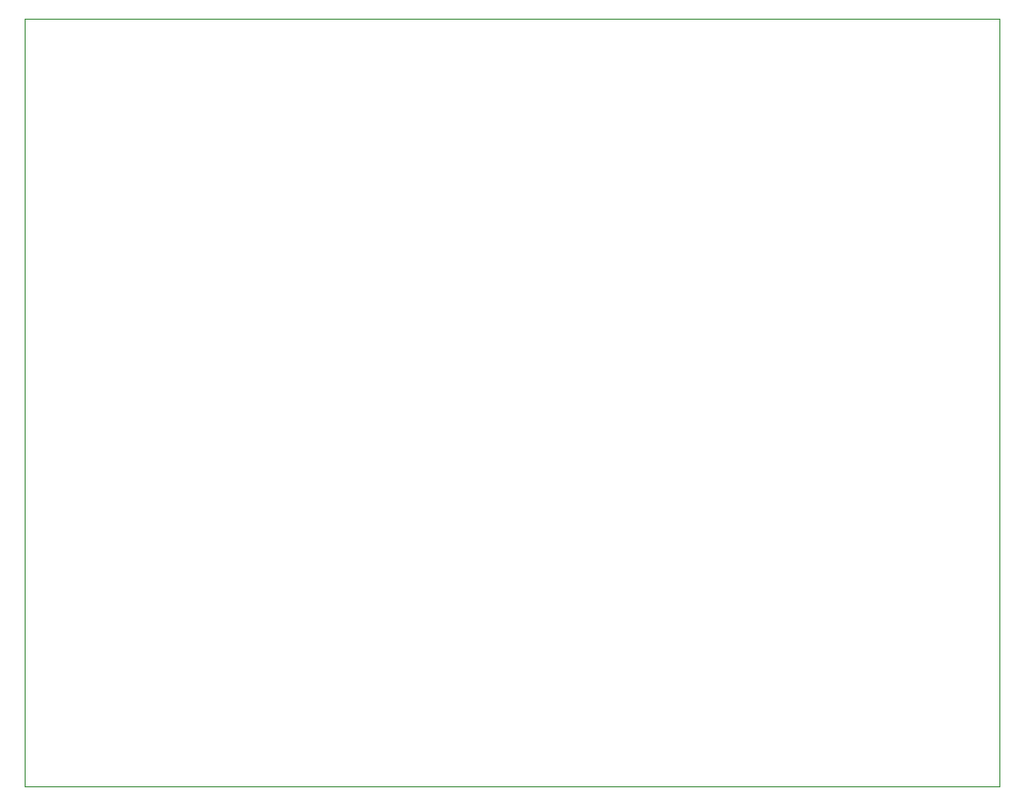
<source format=gbr>
%TF.GenerationSoftware,KiCad,Pcbnew,8.0.9-1.fc41*%
%TF.CreationDate,2025-03-09T21:58:35-04:00*%
%TF.ProjectId,pico_env,7069636f-5f65-46e7-962e-6b696361645f,rev?*%
%TF.SameCoordinates,Original*%
%TF.FileFunction,Profile,NP*%
%FSLAX46Y46*%
G04 Gerber Fmt 4.6, Leading zero omitted, Abs format (unit mm)*
G04 Created by KiCad (PCBNEW 8.0.9-1.fc41) date 2025-03-09 21:58:35*
%MOMM*%
%LPD*%
G01*
G04 APERTURE LIST*
%TA.AperFunction,Profile*%
%ADD10C,0.050000*%
%TD*%
G04 APERTURE END LIST*
D10*
X139700000Y-50800000D02*
X223520000Y-50800000D01*
X223520000Y-116840000D01*
X139700000Y-116840000D01*
X139700000Y-50800000D01*
M02*

</source>
